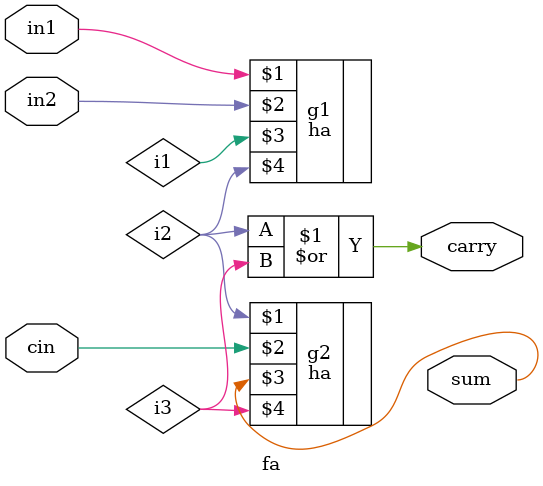
<source format=v>
`include "ha_data.v"
module fa(in1,in2,cin,sum,carry);
input in1,in2,cin;
output sum,carry;
wire i1,i2,i3;
	ha g1(in1,in2,i1,i2);
	ha g2(i2,cin,sum,i3);
	or g3(carry,i2,i3);
endmodule

</source>
